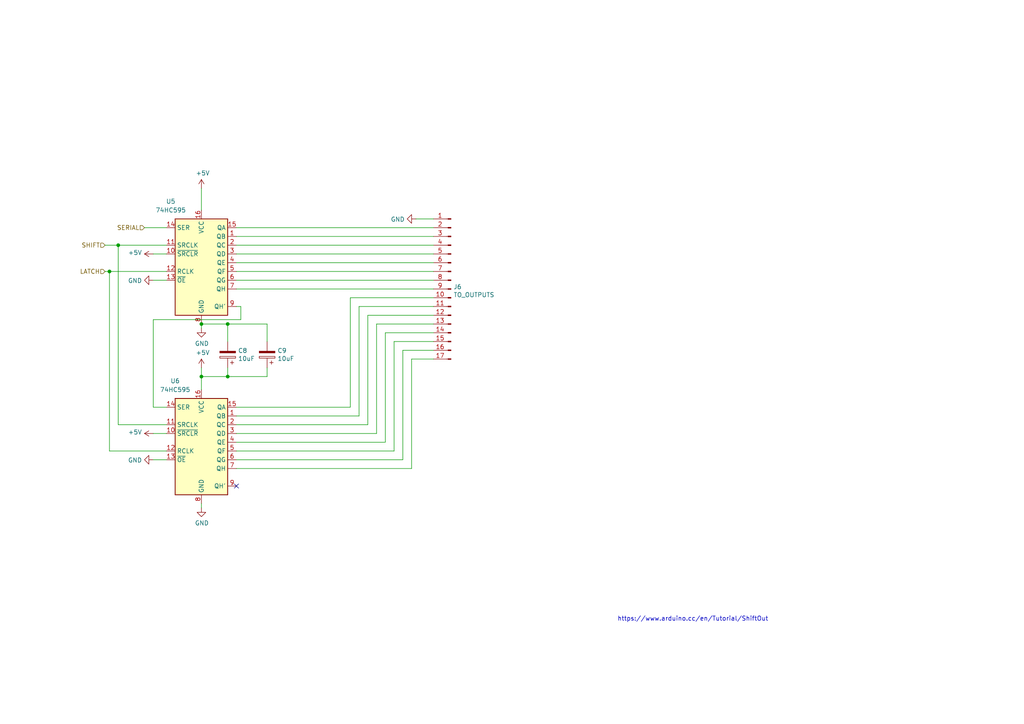
<source format=kicad_sch>
(kicad_sch (version 20230121) (generator eeschema)
  (paper "A4")
  (lib_symbols
    (symbol "74xx:74HC595"
      (property "Reference" "U" (at -7.62 13.97 0))
      (property "Value" "74HC595" (at -7.62 -16.51 0))
      (symbol "74HC595_1_0"
        (pin tri_state line (at 10.16 7.62 180) (length 2.54) (name "QB") (number "1"))
        (pin input line (at -10.16 2.54 0) (length 2.54) (name "~{SRCLR}") (number "10"))
        (pin input line (at -10.16 5.08 0) (length 2.54) (name "SRCLK") (number "11"))
        (pin input line (at -10.16 -2.54 0) (length 2.54) (name "RCLK") (number "12"))
        (pin input line (at -10.16 -5.08 0) (length 2.54) (name "~{OE}") (number "13"))
        (pin input line (at -10.16 10.16 0) (length 2.54) (name "SER") (number "14"))
        (pin tri_state line (at 10.16 10.16 180) (length 2.54) (name "QA") (number "15"))
        (pin power_in line (at 0 15.24 270) (length 2.54) (name "VCC") (number "16"))
        (pin tri_state line (at 10.16 5.08 180) (length 2.54) (name "QC") (number "2"))
        (pin tri_state line (at 10.16 2.54 180) (length 2.54) (name "QD") (number "3"))
        (pin tri_state line (at 10.16 0 180) (length 2.54) (name "QE") (number "4"))
        (pin tri_state line (at 10.16 -2.54 180) (length 2.54) (name "QF") (number "5"))
        (pin tri_state line (at 10.16 -5.08 180) (length 2.54) (name "QG") (number "6"))
        (pin tri_state line (at 10.16 -7.62 180) (length 2.54) (name "QH") (number "7"))
        (pin power_in line (at 0 -17.78 90) (length 2.54) (name "GND") (number "8"))
        (pin output line (at 10.16 -12.7 180) (length 2.54) (name "QH'") (number "9"))
      )
      (symbol "74HC595_1_1"
        (rectangle (start -7.62 12.7) (end 7.62 -15.24) (stroke (width 0.254)) (fill (type background)))
      )
    )
    (symbol "brain-rescue:CP-Device" (pin_numbers hide) (pin_names (offset 0.254))
      (property "Reference" "C" (at 0.635 2.54 0))
      (property "Value" "Device_CP" (at 0.635 -2.54 0))
      (symbol "CP-Device_0_1"
        (rectangle (start -2.286 0.508) (end 2.286 1.016))
        (polyline (pts (xy -1.778 2.286) (xy -0.762 2.286)))
        (polyline (pts (xy -1.27 2.794) (xy -1.27 1.778)))
        (rectangle (start 2.286 -0.508) (end -2.286 -1.016) (fill (type outline)))
      )
      (symbol "CP-Device_1_1"
        (pin passive line (at 0 3.81 270) (length 2.794) (name "~") (number "1"))
        (pin passive line (at 0 -3.81 90) (length 2.794) (name "~") (number "2"))
      )
    )
    (symbol "brain-rescue:Conn_01x17_Male-Connector" (pin_names (offset 1.016) hide)
      (property "Reference" "J" (at 0 22.86 0))
      (property "Value" "Connector_Conn_01x17_Male" (at 0 -22.86 0))
      (symbol "Conn_01x17_Male-Connector_1_1"
        (polyline (pts (xy 1.27 -20.32) (xy 0.8636 -20.32)) (stroke (width 0.1524)))
        (polyline (pts (xy 1.27 -17.78) (xy 0.8636 -17.78)) (stroke (width 0.1524)))
        (polyline (pts (xy 1.27 -15.24) (xy 0.8636 -15.24)) (stroke (width 0.1524)))
        (polyline (pts (xy 1.27 -12.7) (xy 0.8636 -12.7)) (stroke (width 0.1524)))
        (polyline (pts (xy 1.27 -10.16) (xy 0.8636 -10.16)) (stroke (width 0.1524)))
        (polyline (pts (xy 1.27 -7.62) (xy 0.8636 -7.62)) (stroke (width 0.1524)))
        (polyline (pts (xy 1.27 -5.08) (xy 0.8636 -5.08)) (stroke (width 0.1524)))
        (polyline (pts (xy 1.27 -2.54) (xy 0.8636 -2.54)) (stroke (width 0.1524)))
        (polyline (pts (xy 1.27 0) (xy 0.8636 0)) (stroke (width 0.1524)))
        (polyline (pts (xy 1.27 2.54) (xy 0.8636 2.54)) (stroke (width 0.1524)))
        (polyline (pts (xy 1.27 5.08) (xy 0.8636 5.08)) (stroke (width 0.1524)))
        (polyline (pts (xy 1.27 7.62) (xy 0.8636 7.62)) (stroke (width 0.1524)))
        (polyline (pts (xy 1.27 10.16) (xy 0.8636 10.16)) (stroke (width 0.1524)))
        (polyline (pts (xy 1.27 12.7) (xy 0.8636 12.7)) (stroke (width 0.1524)))
        (polyline (pts (xy 1.27 15.24) (xy 0.8636 15.24)) (stroke (width 0.1524)))
        (polyline (pts (xy 1.27 17.78) (xy 0.8636 17.78)) (stroke (width 0.1524)))
        (polyline (pts (xy 1.27 20.32) (xy 0.8636 20.32)) (stroke (width 0.1524)))
        (rectangle (start 0.8636 -20.193) (end 0 -20.447) (stroke (width 0.1524)) (fill (type outline)))
        (rectangle (start 0.8636 -17.653) (end 0 -17.907) (stroke (width 0.1524)) (fill (type outline)))
        (rectangle (start 0.8636 -15.113) (end 0 -15.367) (stroke (width 0.1524)) (fill (type outline)))
        (rectangle (start 0.8636 -12.573) (end 0 -12.827) (stroke (width 0.1524)) (fill (type outline)))
        (rectangle (start 0.8636 -10.033) (end 0 -10.287) (stroke (width 0.1524)) (fill (type outline)))
        (rectangle (start 0.8636 -7.493) (end 0 -7.747) (stroke (width 0.1524)) (fill (type outline)))
        (rectangle (start 0.8636 -4.953) (end 0 -5.207) (stroke (width 0.1524)) (fill (type outline)))
        (rectangle (start 0.8636 -2.413) (end 0 -2.667) (stroke (width 0.1524)) (fill (type outline)))
        (rectangle (start 0.8636 0.127) (end 0 -0.127) (stroke (width 0.1524)) (fill (type outline)))
        (rectangle (start 0.8636 2.667) (end 0 2.413) (stroke (width 0.1524)) (fill (type outline)))
        (rectangle (start 0.8636 5.207) (end 0 4.953) (stroke (width 0.1524)) (fill (type outline)))
        (rectangle (start 0.8636 7.747) (end 0 7.493) (stroke (width 0.1524)) (fill (type outline)))
        (rectangle (start 0.8636 10.287) (end 0 10.033) (stroke (width 0.1524)) (fill (type outline)))
        (rectangle (start 0.8636 12.827) (end 0 12.573) (stroke (width 0.1524)) (fill (type outline)))
        (rectangle (start 0.8636 15.367) (end 0 15.113) (stroke (width 0.1524)) (fill (type outline)))
        (rectangle (start 0.8636 17.907) (end 0 17.653) (stroke (width 0.1524)) (fill (type outline)))
        (rectangle (start 0.8636 20.447) (end 0 20.193) (stroke (width 0.1524)) (fill (type outline)))
        (pin passive line (at 5.08 20.32 180) (length 3.81) (name "Pin_1") (number "1"))
        (pin passive line (at 5.08 -2.54 180) (length 3.81) (name "Pin_10") (number "10"))
        (pin passive line (at 5.08 -5.08 180) (length 3.81) (name "Pin_11") (number "11"))
        (pin passive line (at 5.08 -7.62 180) (length 3.81) (name "Pin_12") (number "12"))
        (pin passive line (at 5.08 -10.16 180) (length 3.81) (name "Pin_13") (number "13"))
        (pin passive line (at 5.08 -12.7 180) (length 3.81) (name "Pin_14") (number "14"))
        (pin passive line (at 5.08 -15.24 180) (length 3.81) (name "Pin_15") (number "15"))
        (pin passive line (at 5.08 -17.78 180) (length 3.81) (name "Pin_16") (number "16"))
        (pin passive line (at 5.08 -20.32 180) (length 3.81) (name "Pin_17") (number "17"))
        (pin passive line (at 5.08 17.78 180) (length 3.81) (name "Pin_2") (number "2"))
        (pin passive line (at 5.08 15.24 180) (length 3.81) (name "Pin_3") (number "3"))
        (pin passive line (at 5.08 12.7 180) (length 3.81) (name "Pin_4") (number "4"))
        (pin passive line (at 5.08 10.16 180) (length 3.81) (name "Pin_5") (number "5"))
        (pin passive line (at 5.08 7.62 180) (length 3.81) (name "Pin_6") (number "6"))
        (pin passive line (at 5.08 5.08 180) (length 3.81) (name "Pin_7") (number "7"))
        (pin passive line (at 5.08 2.54 180) (length 3.81) (name "Pin_8") (number "8"))
        (pin passive line (at 5.08 0 180) (length 3.81) (name "Pin_9") (number "9"))
      )
    )
    (symbol "power:+5V" (power) (pin_names (offset 0))
      (property "Value" "+5V" (at 0 3.556 0))
      (symbol "+5V_0_1"
        (polyline (pts (xy -0.762 1.27) (xy 0 2.54)))
        (polyline (pts (xy 0 0) (xy 0 2.54)))
        (polyline (pts (xy 0 2.54) (xy 0.762 1.27)))
      )
      (symbol "+5V_1_1"
        (pin power_in line (at 0 0 90) (length 0) hide (name "+5V") (number "1"))
      )
    )
    (symbol "power:GND" (power) (pin_names (offset 0))
      (property "Value" "GND" (at 0 -3.81 0))
      (symbol "GND_0_1"
        (polyline (pts (xy 0 0) (xy 0 -1.27) (xy 1.27 -1.27) (xy 0 -2.54) (xy -1.27 -1.27) (xy 0 -1.27)))
      )
      (symbol "GND_1_1"
        (pin power_in line (at 0 0 270) (length 0) hide (name "GND") (number "1"))
      )
    )
  )
  (junction (at 58.42 93.98))
  (junction (at 66.04 109.22))
  (junction (at 34.29 71.12))
  (junction (at 58.42 109.22))
  (junction (at 66.04 93.98))
  (junction (at 31.75 78.74))
  (no_connect (at 68.58 140.97))
  (wire (pts (xy 109.22 93.98) (xy 125.73 93.98)))
  (wire (pts (xy 58.42 109.22) (xy 58.42 113.03)))
  (wire (pts (xy 68.58 83.82) (xy 125.73 83.82)))
  (wire (pts (xy 44.45 125.73) (xy 48.26 125.73)))
  (wire (pts (xy 31.75 130.81) (xy 48.26 130.81)))
  (wire (pts (xy 104.14 88.9) (xy 125.73 88.9)))
  (wire (pts (xy 120.65 63.5) (xy 125.73 63.5)))
  (wire (pts (xy 101.6 86.36) (xy 125.73 86.36)))
  (wire (pts (xy 68.58 78.74) (xy 125.73 78.74)))
  (wire (pts (xy 68.58 76.2) (xy 125.73 76.2)))
  (wire (pts (xy 101.6 118.11) (xy 101.6 86.36)))
  (wire (pts (xy 48.26 66.04) (xy 41.91 66.04)))
  (wire (pts (xy 77.47 109.22) (xy 66.04 109.22)))
  (wire (pts (xy 106.68 91.44) (xy 125.73 91.44)))
  (wire (pts (xy 68.58 73.66) (xy 125.73 73.66)))
  (wire (pts (xy 44.45 133.35) (xy 48.26 133.35)))
  (wire (pts (xy 68.58 130.81) (xy 114.3 130.81)))
  (wire (pts (xy 44.45 92.71) (xy 44.45 118.11)))
  (wire (pts (xy 77.47 99.06) (xy 77.47 93.98)))
  (wire (pts (xy 119.38 104.14) (xy 125.73 104.14)))
  (wire (pts (xy 68.58 125.73) (xy 109.22 125.73)))
  (wire (pts (xy 69.85 88.9) (xy 69.85 92.71)))
  (wire (pts (xy 58.42 106.68) (xy 58.42 109.22)))
  (wire (pts (xy 68.58 135.89) (xy 119.38 135.89)))
  (wire (pts (xy 44.45 118.11) (xy 48.26 118.11)))
  (wire (pts (xy 31.75 78.74) (xy 31.75 130.81)))
  (wire (pts (xy 114.3 130.81) (xy 114.3 99.06)))
  (wire (pts (xy 58.42 93.98) (xy 58.42 95.25)))
  (wire (pts (xy 111.76 96.52) (xy 125.73 96.52)))
  (wire (pts (xy 116.84 101.6) (xy 125.73 101.6)))
  (wire (pts (xy 68.58 133.35) (xy 116.84 133.35)))
  (wire (pts (xy 66.04 106.68) (xy 66.04 109.22)))
  (wire (pts (xy 77.47 106.68) (xy 77.47 109.22)))
  (wire (pts (xy 30.48 71.12) (xy 34.29 71.12)))
  (wire (pts (xy 68.58 81.28) (xy 125.73 81.28)))
  (wire (pts (xy 77.47 93.98) (xy 66.04 93.98)))
  (wire (pts (xy 68.58 120.65) (xy 104.14 120.65)))
  (wire (pts (xy 116.84 133.35) (xy 116.84 101.6)))
  (wire (pts (xy 68.58 128.27) (xy 111.76 128.27)))
  (wire (pts (xy 104.14 120.65) (xy 104.14 88.9)))
  (wire (pts (xy 114.3 99.06) (xy 125.73 99.06)))
  (wire (pts (xy 68.58 68.58) (xy 125.73 68.58)))
  (wire (pts (xy 34.29 71.12) (xy 48.26 71.12)))
  (wire (pts (xy 106.68 123.19) (xy 106.68 91.44)))
  (wire (pts (xy 30.48 78.74) (xy 31.75 78.74)))
  (wire (pts (xy 119.38 135.89) (xy 119.38 104.14)))
  (wire (pts (xy 69.85 92.71) (xy 44.45 92.71)))
  (wire (pts (xy 68.58 123.19) (xy 106.68 123.19)))
  (wire (pts (xy 111.76 128.27) (xy 111.76 96.52)))
  (wire (pts (xy 58.42 146.05) (xy 58.42 147.32)))
  (wire (pts (xy 66.04 99.06) (xy 66.04 93.98)))
  (wire (pts (xy 31.75 78.74) (xy 48.26 78.74)))
  (wire (pts (xy 66.04 93.98) (xy 58.42 93.98)))
  (wire (pts (xy 44.45 81.28) (xy 48.26 81.28)))
  (wire (pts (xy 34.29 123.19) (xy 48.26 123.19)))
  (wire (pts (xy 68.58 88.9) (xy 69.85 88.9)))
  (wire (pts (xy 68.58 66.04) (xy 125.73 66.04)))
  (wire (pts (xy 34.29 71.12) (xy 34.29 123.19)))
  (wire (pts (xy 68.58 71.12) (xy 125.73 71.12)))
  (wire (pts (xy 66.04 109.22) (xy 58.42 109.22)))
  (wire (pts (xy 68.58 118.11) (xy 101.6 118.11)))
  (wire (pts (xy 44.45 73.66) (xy 48.26 73.66)))
  (wire (pts (xy 58.42 54.61) (xy 58.42 60.96)))
  (wire (pts (xy 109.22 125.73) (xy 109.22 93.98)))
  (text "https://www.arduino.cc/en/Tutorial/ShiftOut" (at 179.07 180.34 0) (effects (font (size 1.27 1.27)) (justify left bottom)))
  (hierarchical_label "SERIAL" (shape input) (at 41.91 66.04 180))
  (hierarchical_label "LATCH" (shape input) (at 30.48 78.74 180))
  (hierarchical_label "SHIFT" (shape input) (at 30.48 71.12 180))
  (symbol (lib_id "power:+5V") (at 58.42 54.61 0) (unit 1)
    (property "Reference" "#PWR040" (effects hide))
    (property "Value" "+5V" (at 58.801 50.2158 0))
  )
  (symbol (lib_id "74xx:74HC595") (at 58.42 76.2 0) (unit 1)
    (property "Reference" "U5" (at 49.53 58.42 0))
    (property "Value" "74HC595" (at 49.53 60.96 0))
    (property "Footprint" "Package_DIP:DIP-16_W7.62mm" (effects hide))
    (property "Datasheet" "http://www.ti.com/lit/ds/symlink/sn74hc595.pdf" (effects hide))
  )
  (symbol (lib_id "74xx:74HC595") (at 58.42 128.27 0) (unit 1)
    (property "Reference" "U6" (at 50.8 110.49 0))
    (property "Value" "74HC595" (at 50.8 113.03 0))
    (property "Footprint" "Package_DIP:DIP-16_W7.62mm" (effects hide))
    (property "Datasheet" "http://www.ti.com/lit/ds/symlink/sn74hc595.pdf" (effects hide))
  )
  (symbol (lib_id "power:+5V") (at 58.42 106.68 0) (unit 1)
    (property "Reference" "#PWR042" (effects hide))
    (property "Value" "+5V" (at 58.801 102.2858 0))
  )
  (symbol (lib_id "power:GND") (at 58.42 95.25 0) (unit 1)
    (property "Reference" "#PWR041" (effects hide))
    (property "Value" "GND" (at 58.547 99.6442 0))
  )
  (symbol (lib_id "power:GND") (at 58.42 147.32 0) (unit 1)
    (property "Reference" "#PWR043" (effects hide))
    (property "Value" "GND" (at 58.547 151.7142 0))
  )
  (symbol (lib_id "brain-rescue:CP-Device") (at 66.04 102.87 180) (unit 1)
    (property "Reference" "C8" (at 69.0372 101.7016 0) (effects (justify right)))
    (property "Value" "10uF" (at 69.0372 104.013 0) (effects (justify right)))
    (property "Footprint" "Capacitor_THT:CP_Radial_D5.0mm_P2.00mm" (effects hide))
  )
  (symbol (lib_id "brain-rescue:CP-Device") (at 77.47 102.87 180) (unit 1)
    (property "Reference" "C9" (at 80.4672 101.7016 0) (effects (justify right)))
    (property "Value" "10uF" (at 80.4672 104.013 0) (effects (justify right)))
    (property "Footprint" "Capacitor_THT:CP_Radial_D5.0mm_P2.00mm" (effects hide))
  )
  (symbol (lib_id "power:+5V") (at 44.45 73.66 90) (unit 1)
    (property "Reference" "#PWR036" (effects hide))
    (property "Value" "+5V" (at 41.1988 73.279 90) (effects (justify left)))
  )
  (symbol (lib_id "power:+5V") (at 44.45 125.73 90) (unit 1)
    (property "Reference" "#PWR038" (effects hide))
    (property "Value" "+5V" (at 41.1988 125.349 90) (effects (justify left)))
  )
  (symbol (lib_id "power:GND") (at 44.45 81.28 270) (unit 1)
    (property "Reference" "#PWR037" (effects hide))
    (property "Value" "GND" (at 41.1988 81.407 90) (effects (justify right)))
  )
  (symbol (lib_id "power:GND") (at 44.45 133.35 270) (unit 1)
    (property "Reference" "#PWR039" (effects hide))
    (property "Value" "GND" (at 41.1988 133.477 90) (effects (justify right)))
  )
  (symbol (lib_id "brain-rescue:Conn_01x17_Male-Connector") (at 130.81 83.82 0) (mirror y) (unit 1)
    (property "Reference" "J6" (at 131.5212 83.2104 0) (effects (justify right)))
    (property "Value" "TO_OUTPUTS" (at 131.5212 85.5218 0) (effects (justify right)))
    (property "Footprint" "Connector_PinHeader_2.54mm:PinHeader_1x17_P2.54mm_Vertical" (effects hide))
    (instances (project "brain" (path "" (reference "J6") (unit 1)) (path "" (reference "J?") (unit 1))))
  )
  (symbol (lib_id "power:GND") (at 120.65 63.5 270) (unit 1)
    (property "Reference" "#PWR044" (effects hide))
    (property "Value" "GND" (at 117.3988 63.627 90) (effects (justify right)))
  )
)
</source>
